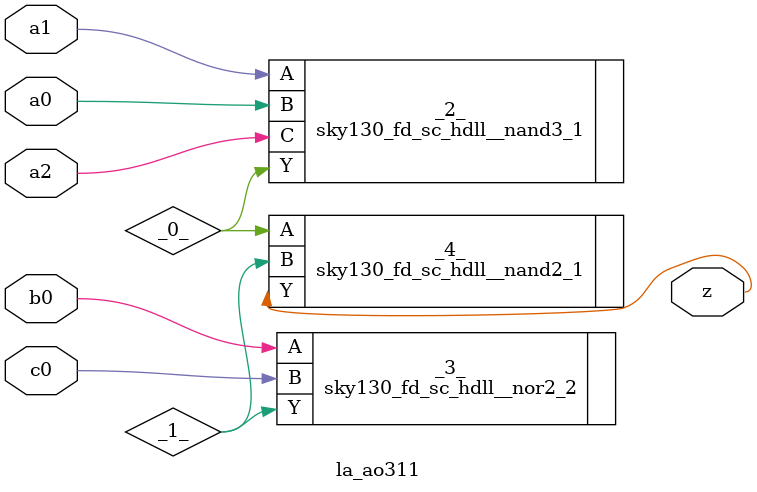
<source format=v>

/* Generated by Yosys 0.44 (git sha1 80ba43d26, g++ 11.4.0-1ubuntu1~22.04 -fPIC -O3) */

(* top =  1  *)
(* src = "generated" *)
module la_ao311 (
    a0,
    a1,
    a2,
    b0,
    c0,
    z
);
  wire _0_;
  wire _1_;
  (* src = "generated" *)
  input a0;
  wire a0;
  (* src = "generated" *)
  input a1;
  wire a1;
  (* src = "generated" *)
  input a2;
  wire a2;
  (* src = "generated" *)
  input b0;
  wire b0;
  (* src = "generated" *)
  input c0;
  wire c0;
  (* src = "generated" *)
  output z;
  wire z;
  sky130_fd_sc_hdll__nand3_1 _2_ (
      .A(a1),
      .B(a0),
      .C(a2),
      .Y(_0_)
  );
  sky130_fd_sc_hdll__nor2_2 _3_ (
      .A(b0),
      .B(c0),
      .Y(_1_)
  );
  sky130_fd_sc_hdll__nand2_1 _4_ (
      .A(_0_),
      .B(_1_),
      .Y(z)
  );
endmodule

</source>
